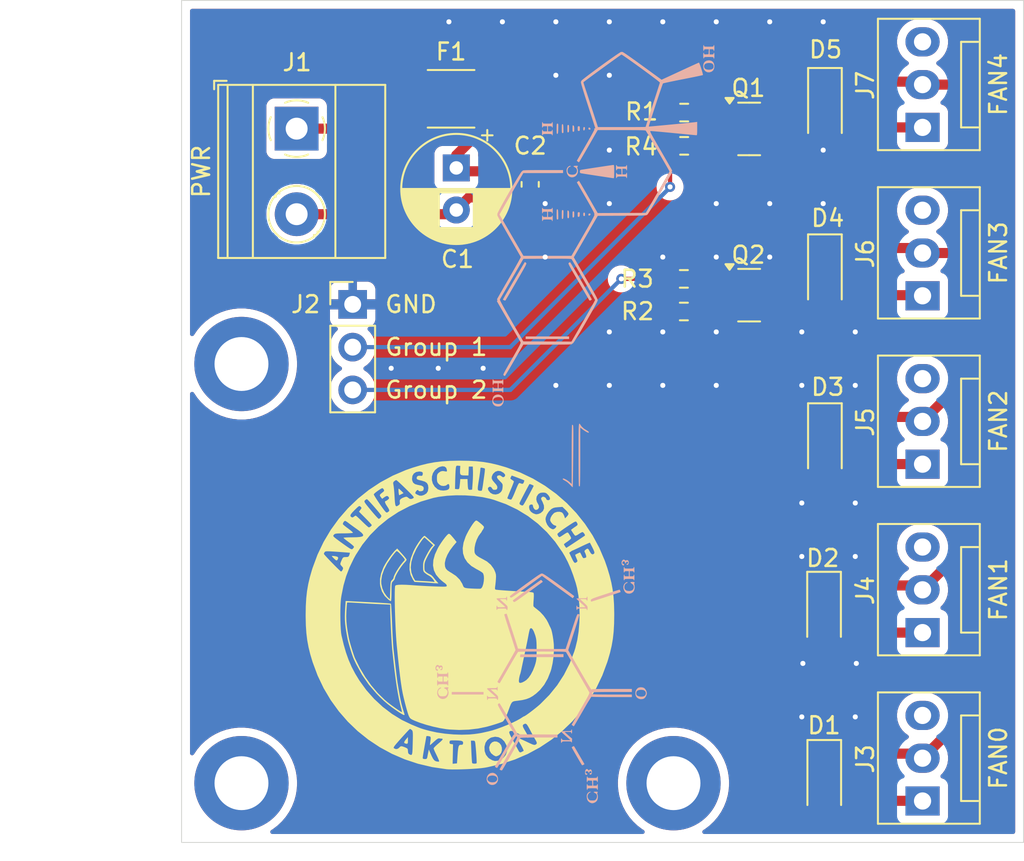
<source format=kicad_pcb>
(kicad_pcb
	(version 20240108)
	(generator "pcbnew")
	(generator_version "8.0")
	(general
		(thickness 1.6)
		(legacy_teardrops no)
	)
	(paper "A4")
	(layers
		(0 "F.Cu" signal)
		(31 "B.Cu" signal)
		(32 "B.Adhes" user "B.Adhesive")
		(33 "F.Adhes" user "F.Adhesive")
		(34 "B.Paste" user)
		(35 "F.Paste" user)
		(36 "B.SilkS" user "B.Silkscreen")
		(37 "F.SilkS" user "F.Silkscreen")
		(38 "B.Mask" user)
		(39 "F.Mask" user)
		(40 "Dwgs.User" user "User.Drawings")
		(41 "Cmts.User" user "User.Comments")
		(42 "Eco1.User" user "User.Eco1")
		(43 "Eco2.User" user "User.Eco2")
		(44 "Edge.Cuts" user)
		(45 "Margin" user)
		(46 "B.CrtYd" user "B.Courtyard")
		(47 "F.CrtYd" user "F.Courtyard")
		(48 "B.Fab" user)
		(49 "F.Fab" user)
		(50 "User.1" user)
		(51 "User.2" user)
		(52 "User.3" user)
		(53 "User.4" user)
		(54 "User.5" user)
		(55 "User.6" user)
		(56 "User.7" user)
		(57 "User.8" user)
		(58 "User.9" user)
	)
	(setup
		(pad_to_mask_clearance 0)
		(allow_soldermask_bridges_in_footprints no)
		(aux_axis_origin 150 50)
		(grid_origin 160.16 68.049)
		(pcbplotparams
			(layerselection 0x00010fc_ffffffff)
			(plot_on_all_layers_selection 0x0000000_00000000)
			(disableapertmacros no)
			(usegerberextensions yes)
			(usegerberattributes no)
			(usegerberadvancedattributes no)
			(creategerberjobfile no)
			(dashed_line_dash_ratio 12.000000)
			(dashed_line_gap_ratio 3.000000)
			(svgprecision 4)
			(plotframeref no)
			(viasonmask no)
			(mode 1)
			(useauxorigin yes)
			(hpglpennumber 1)
			(hpglpenspeed 20)
			(hpglpendiameter 15.000000)
			(pdf_front_fp_property_popups yes)
			(pdf_back_fp_property_popups yes)
			(dxfpolygonmode yes)
			(dxfimperialunits yes)
			(dxfusepcbnewfont yes)
			(psnegative no)
			(psa4output no)
			(plotreference yes)
			(plotvalue yes)
			(plotfptext yes)
			(plotinvisibletext no)
			(sketchpadsonfab no)
			(subtractmaskfromsilk yes)
			(outputformat 1)
			(mirror no)
			(drillshape 0)
			(scaleselection 1)
			(outputdirectory "gerber/")
		)
	)
	(net 0 "")
	(net 1 "FAN_GRP_1")
	(net 2 "GND")
	(net 3 "FAN_GRP_2")
	(net 4 "+12V")
	(net 5 "unconnected-(J3-Pin_3-Pad3)")
	(net 6 "unconnected-(J4-Pin_3-Pad3)")
	(net 7 "FAN_GRP_PWM_2")
	(net 8 "FAN_GRP_PWM_1")
	(net 9 "Net-(J1-Pin_1)")
	(net 10 "unconnected-(J5-Pin_3-Pad3)")
	(net 11 "unconnected-(J6-Pin_3-Pad3)")
	(net 12 "unconnected-(J7-Pin_3-Pad3)")
	(net 13 "Net-(Q1-G)")
	(net 14 "Net-(Q2-G)")
	(footprint "Resistor_SMD:R_0603_1608Metric" (layer "F.Cu") (at 179.845 56.66 180))
	(footprint "MountingHole:MountingHole_3.2mm_M3_DIN965_Pad" (layer "F.Cu") (at 179.21 96.482))
	(footprint "Resistor_SMD:R_0603_1608Metric" (layer "F.Cu") (at 179.845 58.636))
	(footprint "TerminalBlock_Phoenix:TerminalBlock_Phoenix_MKDS-1,5-2-5.08_1x02_P5.08mm_Horizontal" (layer "F.Cu") (at 156.8324 57.615 -90))
	(footprint "Diode_SMD:D_SOD-123F" (layer "F.Cu") (at 188.2016 76.1336 -90))
	(footprint "Connector:FanPinHeader_1x03_P2.54mm_Vertical" (layer "F.Cu") (at 194 87.54 90))
	(footprint "Resistor_SMD:R_0603_1608Metric" (layer "F.Cu") (at 179.8262 68.4724 180))
	(footprint "Connector:FanPinHeader_1x03_P2.54mm_Vertical" (layer "F.Cu") (at 194 97.54 90))
	(footprint "Connector:FanPinHeader_1x03_P2.54mm_Vertical" (layer "F.Cu") (at 194 57.54 90))
	(footprint "Diode_SMD:D_SOD-123F" (layer "F.Cu") (at 188.1508 86.1412 -90))
	(footprint "Diode_SMD:D_SOD-123F" (layer "F.Cu") (at 188.204261 56.223 -90))
	(footprint "MountingHole:MountingHole_3.2mm_M3_DIN965_Pad" (layer "F.Cu") (at 153.556 96.482))
	(footprint "Diode_SMD:D_SOD-123F" (layer "F.Cu") (at 188.2016 66.1036 -90))
	(footprint "Package_TO_SOT_SMD:SOT-23" (layer "F.Cu") (at 183.7022 67.5029))
	(footprint "Capacitor_SMD:C_0603_1608Metric" (layer "F.Cu") (at 170.701 60.922 -90))
	(footprint "Connector_PinHeader_2.54mm:PinHeader_1x03_P2.54mm_Vertical" (layer "F.Cu") (at 160.16 68.049))
	(footprint "Diode_SMD:D_SOD-123F" (layer "F.Cu") (at 188.1634 96.1294 -90))
	(footprint "Connector:FanPinHeader_1x03_P2.54mm_Vertical" (layer "F.Cu") (at 194 67.54 90))
	(footprint "MountingHole:MountingHole_3.2mm_M3_DIN965_Pad" (layer "F.Cu") (at 153.556 71.59))
	(footprint "LOGO" (layer "F.Cu") (at 166.764 86.845))
	(footprint "Package_TO_SOT_SMD:SOT-23" (layer "F.Cu") (at 183.7035 57.6313))
	(footprint "Fuse:Fuse_1812_4532Metric_Pad1.30x3.40mm_HandSolder" (layer "F.Cu") (at 166.002 55.842))
	(footprint "Connector:FanPinHeader_1x03_P2.54mm_Vertical" (layer "F.Cu") (at 194 77.54 90))
	(footprint "Capacitor_THT:CP_Radial_D6.3mm_P2.50mm"
		(layer "F.Cu")
		(uuid "e5c8b82f-2d85-4075-9499-0b5f6c027c96")
		(at 166.313 59.946 -90)
		(descr "CP, Radial series, Radial, pin pitch=2.50mm, , diameter=6.3mm, Electrolytic Capacitor")
		(tags "CP Radial series Radial pin pitch 2.50mm  diameter 6.3mm Electrolytic Capacitor")
		(property "Reference" "C1"
			(at 5.421 -0.07 180)
			(layer "F.SilkS")
			(uuid "f08d7a6c-0d17-4a67-a9d0-60dd6bb81fb6")
			(effects
				(font
					(size 1 1)
					(thickness 0.15)
				)
			)
		)
		(property "Value" "100uF 35V"
			(at 1.25 4.4 90)
			(layer "F.Fab")
			(uuid "76ba4fc2-e37f-492c-97a3-f4ff365cf6fc")
			(effects
				(font
					(size 1 1)
					(thickness 0.15)
				)
			)
		)
		(property "Footprint" "Capacitor_THT:CP_Radial_D6.3mm_P2.50mm"
			(at 0 0 -90)
			(unlocked yes)
			(layer "F.Fab")
			(hide yes)
			(uuid "9c4882be-0b34-49a2-abf3-56866965c065")
			(effects
				(font
					(size 1.27 1.27)
					(thickness 0.15)
				)
			)
		)
		(property "Datasheet" ""
			(at 0 0 -90)
			(unlocked yes)
			(layer "F.Fab")
			(hide yes)
			(uuid "36f59542-4dbd-4c02-8c10-8da390e0e902")
			(effects
				(font
					(size 1.27 1.27)
					(thickness 0.15)
				)
			)
		)
		(property "Description" "Polarized capacitor"
			(at 0 0 -90)
			(unlocked yes)
			(layer "F.Fab")
			(hide yes)
			(uuid "02882c62-9db6-4902-b8ee-d6dbc32737fe")
			(effects
				(font
					(size 1.27 1.27)
					(thickness 0.15)
				)
			)
		)
		(property "Sim.Type" ""
			(at 0 0 -90)
			(unlocked yes)
			(layer "F.Fab")
			(hide yes)
			(uuid "7477394c-f364-4397-a045-c91969ee50f4")
			(effects
				(font
					(size 1 1)
					(thickness 0.15)
				)
			)
		)
		(property "LCSC" "C2831717"
			(at 0 0 -90)
			(unlocked yes)
			(layer "F.Fab")
			(hide yes)
			(uuid "3f90afeb-9470-412e-bcd5-bebc7b030f0a")
			(effects
				(font
					(size 1 1)
					(thickness 0.15)
				)
			)
		)
		(property ki_fp_filters "CP_*")
		(path "/cbb1960c-80bf-4133-8c5e-a9bca6d2acd6")
		(sheetname "Root")
		(sheetfile "fan-controller.kicad_sch")
		(attr through_hole)
		(fp_line
			(start 1.49 1.04)
			(end 1.49 3.222)
			(stroke
				(width 0.12)
				(type solid)
			)
			(layer "F.SilkS")
			(uuid "05dc91de-19ec-4927-a418-86a4f33df265")
		)
		(fp_line
			(start 1.53 1.04)
			(end 1.53 3.218)
			(stroke
				(width 0.12)
				(type solid)
			)
			(layer "F.SilkS")
			(uuid "d11ac9f8-abf5-4ce0-b913-2a7d83a6905b")
		)
		(fp_line
			(start 1.57 1.04)
			(end 1.57 3.215)
			(stroke
				(width 0.12)
				(type solid)
			)
			(layer "F.SilkS")
			(uuid "a57a7751-5e42-4aac-b37e-7c9fce28992a")
		)
		(fp_line
			(start 1.61 1.04)
			(end 1.61 3.211)
			(stroke
				(width 0.12)
				(type solid)
			)
			(layer "F.SilkS")
			(uuid "449dcf8c-f8dc-48c9-a77c-1a1e0fc73db6")
		)
		(fp_line
			(start 1.65 1.04)
			(end 1.65 3.206)
			(stroke
				(width 0.12)
				(type solid)
			)
			(layer "F.SilkS")
			(uuid "dccf4994-d425-4c9b-b324-b3322cfc6835")
		)
		(fp_line
			(start 1.69 1.04)
			(end 1.69 3.201)
			(stroke
				(width 0.12)
				(type solid)
			)
			(layer "F.SilkS")
			(uuid "8c759522-8509-40c3-b08d-8967eb8e451c")
		)
		(fp_line
			(start 1.73 1.04)
			(end 1.73 3.195)
			(stroke
				(width 0.12)
				(type solid)
			)
			(layer "F.SilkS")
			(uuid "edf1910a-929c-48db-9214-541dc1045769")
		)
		(fp_line
			(start 1.77 1.04)
			(end 1.77 3.189)
			(stroke
				(width 0.12)
				(type solid)
			)
			(layer "F.SilkS")
			(uuid "48ec74cd-6f02-4709-b1c9-e011febf7c09")
		)
		(fp_line
			(start 1.81 1.04)
			(end 1.81 3.182)
			(stroke
				(width 0.12)
				(type solid)
			)
			(layer "F.SilkS")
			(uuid "6872f999-0546-4665-92ab-4b807d349e73")
		)
		(fp_line
			(start 1.85 1.04)
			(end 1.85 3.175)
			(stroke
				(width 0.12)
				(type solid)
			)
			(layer "F.SilkS")
			(uuid "7ab85246-33c0-4541-9640-ff187fbb1d04")
		)
		(fp_line
			(start 1.89 1.04)
			(end 1.89 3.167)
			(stroke
				(width 0.12)
				(type solid)
			)
			(layer "F.SilkS")
			(uuid "bfb18d27-1daa-482d-8143-4aed508dedd8")
		)
		(fp_line
			(start 1.93 1.04)
			(end 1.93 3.159)
			(stroke
				(width 0.12)
				(type solid)
			)
			(layer "F.SilkS")
			(uuid "e32c6012-6dab-4851-b2b4-01a21e0c4744")
		)
		(fp_line
			(start 1.971 1.04)
			(end 1.971 3.15)
			(stroke
				(width 0.12)
				(type solid)
			)
			(layer "F.SilkS")
			(uuid "9a32f53e-8083-42f7-8c51-d019d940c263")
		)
		(fp_line
			(start 2.011 1.04)
			(end 2.011 3.141)
			(stroke
				(width 0.12)
				(type solid)
			)
			(layer "F.SilkS")
			(uuid "462e3b5a-7f3e-4b63-a766-c6880b34a72b")
		)
		(fp_line
			(start 2.051 1.04)
			(end 2.051 3.131)
			(stroke
				(width 0.12)
				(type solid)
			)
			(layer "F.SilkS")
			(uuid "afda4ba2-c837-41af-ab0c-7de3efcd0711")
		)
		(fp_line
			(start 2.091 1.04)
			(end 2.091 3.121)
			(stroke
				(width 0.12)
				(type solid)
			)
			(layer "F.SilkS")
			(uuid "9017d4e2-b2f6-4382-a386-c350b4a252ad")
		)
		(fp_line
			(start 2.131 1.04)
			(end 2.131 3.11)
			(stroke
				(width 0.12)
				(type solid)
			)
			(layer "F.SilkS")
			(uuid "0a0d3f63-4e2c-44c3-b116-1d2b94df8a3d")
		)
		(fp_line
			(start 2.171 1.04)
			(end 2.171 3.098)
			(stroke
				(width 0.12)
				(type solid)
			)
			(layer "F.SilkS")
			(uuid "d8327f8e-0aae-420f-8bb7-469e2b7b95be")
		)
		(fp_line
			(start 2.211 1.04)
			(end 2.211 3.086)
			(stroke
				(width 0.12)
				(type solid)
			)
			(layer "F.SilkS")
			(uuid "da9f4c8f-f025-40c9-8373-beac8e1fe3e7")
		)
		(fp_line
			(start 2.251 1.04)
			(end 2.251 3.074)
			(stroke
				(width 0.12)
				(type solid)
			)
			(layer "F.SilkS")
			(uuid "9cfe39ae-70d3-4f9a-add8-d040991e396f")
		)
		(fp_line
			(start 2.291 1.04)
			(end 2.291 3.061)
			(stroke
				(width 0.12)
				(type solid)
			)
			(layer "F.SilkS")
			(uuid "14cbb2e5-7b34-4546-8561-af710376b764")
		)
		(fp_line
			(start 2.331 1.04)
			(end 2.331 3.047)
			(stroke
				(width 0.12)
				(type solid)
			)
			(layer "F.SilkS")
			(uuid "be83d4b3-1086-4052-860b-849d9019ba60")
		)
		(fp_line
			(start 2.371 1.04)
			(end 2.371 3.033)
			(stroke
				(width 0.12)
				(type solid)
			)
			(layer "F.SilkS")
			(uuid "28b1172d-372c-4b9c-a6e5-d16db9088064")
		)
		(fp_line
			(start 2.411 1.04)
			(end 2.411 3.018)
			(stroke
				(width 0.12)
				(type solid)
			)
			(layer "F.SilkS")
			(uuid "edc5bf14-88f3-44ff-8b61-83f98a2170be")
		)
		(fp_line
			(start 2.451 1.04)
			(end 2.451 3.002)
			(stroke
				(width 0.12)
				(type solid)
			)
			(layer "F.SilkS")
			(uuid "0ca16497-1581-4b96-ad0a-908b4ad52ed3")
		)
		(fp_line
			(start 2.491 1.04)
			(end 2.491 2.986)
			(stroke
				(width 0.12)
				(type solid)
			)
			(layer "F.SilkS")
			(uuid "cbc9fa75-077e-4d08-b1d9-7243139aeff8")
		)
		(fp_line
			(start 2.531 1.04)
			(end 2.531 2.97)
			(stroke
				(width 0.12)
				(type solid)
			)
			(layer "F.SilkS")
			(uuid "80394a94-2df3-4d20-b960-091a0fc4b42f")
		)
		(fp_line
			(start 2.571 1.04)
			(end 2.571 2.952)
			(stroke
				(width 0.12)
				(type solid)
			)
			(layer "F.SilkS")
			(uuid "f9322364-74ef-431c-b181-38f320d1c813")
		)
		(fp_line
			(start 2.611 1.04)
			(end 2.611 2.934)
			(stroke
				(width 0.12)
				(type solid)
			)
			(layer "F.SilkS")
			(uuid "6a902697-45fe-42b4-838f-3a85cd316011")
		)
		(fp_line
			(start 2.651 1.04)
			(end 2.651 2.916)
			(stroke
				(width 0.12)
				(type solid)
			)
			(layer "F.SilkS")
			(uuid "10451995-8346-400a-97bb-865cab39737d")
		)
		(fp_line
			(start 2.691 1.04)
			(end 2.691 2.896)
			(stroke
				(width 0.12)
				(type solid)
			)
			(layer "F.SilkS")
			(uuid "2b6a3c82-390e-4aa4-8a0b-ee22ef35fad7")
		)
		(fp_line
			(start 2.731 1.04)
			(end 2.731 2.876)
			(stroke
				(width 0.12)
				(type solid)
			)
			(layer "F.SilkS")
			(uuid "af090be7-4434-4bc8-b252-d4e2a28d826f")
		)
		(fp_line
			(start 2.771 1.04)
			(end 2.771 2.856)
			(stroke
				(width 0.12)
				(type solid)
			)
			(layer "F.SilkS")
			(uuid "0e7919c3-2900-4ca1-b589-39f3d51de489")
		)
		(fp_line
			(start 2.811 1.04)
			(end 2.811 2.834)
			(stroke
				(width 0.12)
				(type solid)
			)
			(layer "F.SilkS")
			(uuid "0b6cdfa0-2fd7-4c22-ba90-859a57cf7499")
		)
		(fp_line
			(start 2.851 1.04)
			(end 2.851 2.812)
			(stroke
				(width 0.12)
				(type solid)
			)
			(layer "F.SilkS")
			(uuid "a5adf467-9347-4d54-8269-c8b375a4e9ff")
		)
		(fp_line
			(start 2.891 1.04)
			(end 2.891 2.79)
			(stroke
				(width 0.12)
				(type solid)
			)
			(layer "F.SilkS")
			(uuid "969bcf35-4195-4caf-a548-0851d1260e83")
		)
		(fp_line
			(start 2.931 1.04)
			(end 2.931 2.766)
			(stroke
				(width 0.12)
				(type solid)
			)
			(layer "F.SilkS")
			(uuid "959842ab-166b-42c5-9aa1-6b710095219f")
		)
		(fp_line
			(start 2.971 1.04)
			(end 2.971 2.742)
			(stroke
				(width 0.12)
				(type solid)
			)
			(layer "F.SilkS")
			(uuid "c9f17381-5cb3-45f1-a9b9-c29c1a645ede")
		)
		(fp_line
			(start 3.011 1.04)
			(end 3.011 2.716)
			(stroke
				(width 0.12)
				(type solid)
			)
			(layer "F.SilkS")
			(uuid "acdb3fff-0993-4f13-8ea0-3f049eebad58")
		)
		(fp_line
			(start 3.051 1.04)
			(end 3.051 2.69)
			(stroke
				(width 0.12)
				(type solid)
			)
			(layer "F.SilkS")
			(uuid "7aff9173-c5f1-4f0b-8901-ce0c08b18325")
		)
		(fp_line
			(start 3.091 1.04)
			(end 3.091 2.664)
			(stroke
				(width 0.12)
				(type solid)
			)
			(layer "F.SilkS")
			(uuid "180d13b0-43ba-4112-96ea-4917d78c5669")
		)
		(fp_line
			(start 3.131 1.04)
			(end 3.131 2.636)
			(stroke
				(width 0.12)
				(type solid)
			)
			(layer "F.SilkS")
			(uuid "ff127101-c11c-4883-8a90-7c4ed5f300ac")
		)
		(fp_line
			(start 3.171 1.04)
			(end 3.171 2.607)
			(stroke
				(width 0.12)
				(type solid)
			)
			(layer "F.SilkS")
			(uuid "18f490b5-f92b-4c0c-96a7-4673426ecc1a")
		)
		(fp_line
			(start 3.211 1.04)
			(end 3.211 2.578)
			(stroke
				(width 0.12)
				(type solid)
			)
			(layer "F.SilkS")
			(uuid "d073dc45-0d00-4565-8ef2-827c26db02ef")
		)
		(fp_line
			(start 3.251 1.04)
			(end 3.251 2.548)
			(stroke
				(width 0.12)
				(type solid)
			)
			(layer "F.SilkS")
			(uuid "a841652e-f462-4f58-bf07-e73d54c798be")
		)
		(fp_line
			(start 3.291 1.04)
			(end 3.291 2.516)
			(stroke
				(width 0.12)
				(type solid)
			)
			(layer "F.SilkS")
			(uuid "73c7297d-a034-4f3f-8165-ed063ecb4438")
		)
		(fp_line
			(start 3.331 1.04)
			(end 3.331 2.484)
			(stroke
				(width 0.12)
				(type solid)
			)
			(layer "F.SilkS")
			(uuid "d49d0efd-03a0-456d-9b7d-5f64cbb4f6d1")
		)
		(fp_line
			(start 3.371 1.04)
			(end 3.371 2.45)
			(stroke
				(width 0.12)
				(type solid)
			)
			(layer "F.SilkS")
			(uuid "771009f0-a278-476c-a2ea-574e9163ceb1")
		)
		(fp_line
			(start 3.411 1.04)
			(end 3.411 2.416)
			(stroke
				(width 0.12)
				(type solid)
			)
			(layer "F.SilkS")
			(uuid "e6a4a615-f0bb-4d47-a140-08be65cdf89f")
		)
		(fp_line
			(start 3.451 1.04)
			(end 3.451 2.38)
			(stroke
				(width 0.12)
				(type solid)
			)
			(layer "F.SilkS")
			(uuid "d9e49b25-69de-488a-ac0f-d2f913fdf757")
		)
		(fp_line
			(start 3.491 1.04)
			(end 3.491 2.343)
			(stroke
				(width 0.12)
				(type solid)
			)
			(layer "F.SilkS")
			(uuid "e2590426-48f9-4dd6-b5c9-b8657f2d5323")
		)
		(fp_line
			(start 3.531 1.04)
			(end 3.531 2.305)
			(stroke
				(width 0.12)
				(type solid)
			)
			(layer "F.SilkS")
			(uuid "1a80480f-2d0a-4586-b076-efd40ba67122")
		)
		(fp_line
			(start 4.491 -0.402)
			(end 4.491 0.402)
			(stroke
				(width 0.12)
				(type solid)
			)
			(layer "F.SilkS")
			(uuid "e2458487-c1f3-4d78-beaa-923ba0eb8f32")
		)
		(fp_line
			(start 4.451 -0.633)
			(end 4.451 0.633)
			(stroke
				(width 0.12)
				(type solid)
			)
			(layer "F.SilkS")
			(uuid "6564996b-ba22-4f2a-a68c-a523f21b6082")
		)
		(fp_line
			(start 4.411 -0.802)
			(end 4.411 0.802)
			(stroke
				(width 0.12)
				(type solid)
			)
			(layer "F.SilkS")
			(uuid "3882a521-4f2d-4a16-aa9f-dad6c7b240a8")
		)
		(fp_line
			(start 4.371 -0.94)
			(end 4.371 0.94)
			(stroke
				(width 0.12)
				(type solid)
			)
			(layer "F.SilkS")
			(uuid "c63b1057-bb24-476b-99ce-0d0dcb0d615e")
		)
		(fp_line
			(start 4.331 -1.059)
			(end 4.331 1.059)
			(stroke
				(width 0.12)
				(type solid)
			)
			(layer "F.SilkS")
			(uuid "be4f6c92-865e-4b7e-a009-78e83ae18f51")
		)
		(fp_line
			(start 4.291 -1.165)
			(end 4.291 1.165)
			(stroke
				(width 0.12)
				(type solid)
			)
			(layer "F.SilkS")
			(uuid "05299cfb-6116-4152-afda-67648b586085")
		)
		(fp_line
			(start 4.251 -1.262)
			(end 4.251 1.262)
			(stroke
				(width 0.12)
				(type solid)
			)
			(layer "F.SilkS")
			(uuid "6f0d4a41-f230-49c9-8d6b-e37dc6d6405a")
		)
		(fp_line
			(start 4.211 -1.35)
			(end 4.211 1.35)
			(stroke
				(width 0.12)
				(type solid)
			)
			(layer "F.SilkS")
			(uuid "4328ddff-a0bb-492e-917b-9613ecde23fe")
		)
		(fp_line
			(start 4.171 -1.432)
			(end 4.171 1.432)
			(stroke
				(width 0.12)
				(type solid)
			)
			(layer "F.SilkS")
			(uuid "4b9e9cc2-8e8f-4e98-bbc0-c6972eb0e87d")
		)
		(fp_line
			(start 4.131 -1.509)
			(end 4.131 1.509)
			(stroke
				(width 0.12)
				(type solid)
			)
			(layer "F.SilkS")
			(uuid "865286c0-4c0f-47ae-8e1b-f3a0b1673b5c")
		)
		(fp_line
			(start 4.091 -1.581)
			(end 4.091 1.581)
			(stroke
				(width 0.12)
				(type solid)
			)
			(layer "F.SilkS")
			(uuid "6a3e81fb-3112-4aba-b1a0-e0f59f87c71d")
		)
		(fp_line
			(start 4.051 -1.65)
			(end 4.051 1.65)
			(stroke
				(width 0.12)
				(type solid)
			)
			(layer "F.SilkS")
			(uuid "44af2e69-21cf-4898-8d0b-64450460558e")
		)
		(fp_line
			(start 4.011 -1.714)
			(end 4.011 1.714)
			(stroke
				(width 0.12)
				(type solid)
			)
			(layer "F.SilkS")
			(uuid "418c3d87-6e31-4375-9013-652ae6a5f916")
		)
		(fp_line
			(start 3.971 -1.776)
			(end 3.971 1.776)
			(stroke
				(width 0.12)
				(type solid)
			)
			(layer "F.SilkS")
			(uuid "ed2ecd1c-9ee3-41e2-a44c-787edea20666")
		)
		(fp_line
			(start 3.931 -1.834)
			(end 3.931 1.834)
			(stroke
				(width 0.12)
				(type solid)
			)
			(layer "F.SilkS")
			(uuid "31476a44-daac-416d-882f-da1e158a1c4a")
		)
		(fp_line
			(start -2.250241 -1.839)
			(end -1.620241 -1.839)
			(stroke
				(width 0.12)
				(type solid)
			)
			(layer "F.SilkS")
			(uuid "f9936583-a5da-4519-920f-0a265fa63238")
		)
		(fp_line
			(start 3.891 -1.89)
			(end 3.891 1.89)
			(stroke
				(width 0.12)
				(type solid)
			)
			(layer "F.SilkS")
			(uuid "95f7c613-189c-4139-ad4f-ce76b12d3f72")
		)
		(fp_line
			(start 3.851 -1.944)
			(end 3.851 1.944)
			(stroke
				(width 0.12)
				(type solid)
			)
			(layer "F.SilkS")
			(uuid "dc75800e-2cec-4f48-b89b-2dc05dd4f32a")
		)
		(fp_line
			(start 3.811 -1.995)
			(end 3.811 1.995)
			(stroke
				(width 0.12)
				(type solid)
			)
			(layer "F.SilkS")
			(uuid "0b408542-7b84-4b23-8825-f28a33a068fd")
		)
		(fp_line
			(start 3.771 -2.044)
			(end 3.771 2.044)
			(stroke
				(width 0.12)
				(type solid)
			)
			(layer "F.SilkS")
			(uuid "3f7326d7-b6de-4c4f-8540-0b943a217756")
		)
		(fp_line
			(start 3.731 -2.092)
			(end 3.731 2.092)
			(stroke
				(width 0.12)
				(type solid)
			)
			(layer "F.SilkS")
			(uuid "198a32e3-beae-4ce8-871d-62f421cacd8e")
		)
		(fp_line
			(start 3.691 -2.137)
			(end 3.691 2.137)
			(stroke
				(width 0.12)
				(type solid)
			)
			(layer "F.SilkS")
			(uuid "011f7a84-39f7-4918-ab87-481ad63ccf97")
		)
		(fp_line
			(start -1.935241 -2.154)
			(end -1.935241 -1.524)
			(stroke
				(width 0.12)
				(type solid)
			)
			(layer "F.SilkS")
			(uuid "ca847085-bce0-40b4-9f03-2cd0d13135bc")
		)
		(fp_line
			(start 3.651 -2.182)
			(end 3.651 2.182)
			(stroke
				(width 0.12)
				(type solid)
			)
			(layer "F.SilkS")
			(uuid "09f03769-e448-4909-a7bd-55149a7b7a1a")
		)
		(fp_line
			(start 3.611 -2.224)
			(end 3.611 2.224)
			(stroke
				(width 0.12)
				(type solid)
			)
			(layer "F.SilkS")
			(uuid "05fb5b5b-e41e-4d62-b511-d5ceefc87cb3")
		)
		(fp_line
			(start 3.571 -2.265)
			(end 3.571 2.265)
			(stroke
				(width 0.12)
				(type solid)
			)
			(layer "F.SilkS")
			(uuid "44a60065-ef71-44d1-a397-17d87a0b62d9")
		)
		(fp_line
			(start 3.531 -2.305)
			(end 3.531 -1.04)
			(stroke
				(width 0.12)
				(type solid)
			)
			(layer "F.SilkS")
			(uuid "5b45f639-d086-4b3e-8163-f6348ace673c")
		)
		(fp_line
			(start 3.491 -2.343)
			(end 3.491 -1.04)
			(stroke
				(width 0.12)
				(type solid)
			)
			(layer "F.SilkS")
			(uuid "0cf251ad-bb41-4203-93dc-6a1a19654d6d")
		)
		(fp_line
			(start 3.451 -2.38)
			(end 3.451 -1.04)
			(stroke
				(width 0.12)
				(type solid)
			)
			(layer "F.SilkS")
			(uuid "0b2cfc8c-60fe-4409-8706-8ae385802116")
		)
		(fp_line
			(start 3.411 -2.416)
			(end 3.411 -1.04)
			(stroke
				(width 0.12)
				(type solid)
			)
			(layer "F.SilkS")
			(uuid "6f681a4a-57d4-461a-b30e-170307de5f27")
		)
		(fp_line
			(start 3.371 -2.45)
			(end 3.371 -1.04)
			(stroke
				(width 0.12)
				(type solid)
			)
			(layer "F.SilkS")
			(uuid "c6f07504-1df2-4651-b9bb-c9d65597fef5")
		)
		(fp_line
			(start 3.331 -2.484)
			(end 3.331 -1.04)
			(stroke
				(width 0.12)
				(type solid)
			)
			(layer "F.SilkS")
			(uuid "c8eafc66-089b-44e7-b09e-0eb6c90d9fd8")
		)
		(fp_line
			(start 3.291 -2.516)
			(end 3.291 -1.04)
			(stroke
				(width 0.12)
				(type solid)
			)
			(layer "F.SilkS")
			(uuid "90341d27-4c96-47e4-a69a-80121424f499")
		)
		(fp_line
			(start 3.251 -2.548)
			(end 3.251 -1.04)
			(stroke
				(width 0.12)
				(type solid)
			)
			(layer "F.SilkS")
			(uuid "bac43b11-0df2-48dc-b8cd-eaf08589d74f")
		)
		(fp_line
			(start 3.211 -2.578)
			(end 3.211 -1.04)
			(stroke
				(width 0.12)
				(type solid)
			)
			(layer "F.SilkS")
			(uuid "17e2d778-7f98-4716-a476-6cb3f03caa2d")
		)
		(fp_line
			(start 3.171 -2.607)
			(end 3.171 -1.04)
			(stroke
				(width 0.12)
				(type solid)
			)
			(layer "F.SilkS")
			(uuid "51976fb3-1ada-4c26-bf3d-15611bc5a5c0")
		)
		(fp_line
			(start 3.131 -2.636)
			(end 3.131 -1.04)
			(stroke
				(width 0.12)
				(type solid)
			)
			(layer "F.SilkS")
			(uuid "ef85906a-e4b4-4c42-aea6-4f7c3a28c2a2")
		)
		(fp_line
			(start 3.091 -2.664)
			(end 3.091 -1.04)
			(stroke
				(width 0.12)
				(type solid)
			)
			(layer "F.SilkS")
			(uuid "0dbf9149-2e91-4af6-8326-bab3ef2b4df1")
		)
		(fp_line
			(start 3.051 -2.69)
			(end 3.051 -1.04)
			(stroke
				(width 0.12)
				(type solid)
			)
			(layer "F.SilkS")
			(uuid "531caccb-f007-41ea-9031-3b7390037ed6")
		)
		(fp_line
			(start 3.011 -2.716)
			(end 3.011 -1.04)
			(stroke
				(width 0.12)
				(type solid)
			)
			(layer "F.SilkS")
			(uuid "00c139d9-8672-4d99-9608-11f93c33931a")
		)
		(fp_line
			(start 2.971 -2.742)
			(end 2.971 -1.04)
			(stroke
				(width 0.12)
				(type solid)
			)
			(layer "F.SilkS")
			(uuid "16f11e58-11af-4fc3-a346-853f0583ba2a")
		)
		(fp_line
			(start 2.931 -2.766)
			(end 2.931 -1.04)
			(stroke
				(width 0.12)
				(type solid)
			)
			(layer "F.SilkS")
			(uuid "bff4339a-f564-4609-8ca9-c1625e0a7c92")
		)
		(fp_line
			(start 2.891 -2.79)
			(end 2.891 -1.04)
			(stroke
				(width 0.12)
				(type solid)
			)
			(layer "F.SilkS")
			(uuid "ef22ec8f-9387-46f9-9d97-e9da497feb83")
		)
		(fp_line
			(start 2.851 -2.812)
			(end 2.851 -1.04)
			(stroke
				(width 0.12)
				(type solid)
			)
			(layer "F.SilkS")
			(uuid "af31ff20-8993-4ff1-b134-fd192d688586")
		)
		(fp_line
			(start 2.811 -2.834)
			(end 2.811 -1.04)
			(stroke
				(width 0.12)
				(type solid)
			)
			(layer "F.SilkS")
			(uuid "71907045-bfd2-43b2-97f4-56e41519f515")
		)
		(fp_line
			(start 2.771 -2.856)
			(end 2.771 -1.04)
			(stroke
				(width 0.12)
				(type solid)
			)
			(layer "F.SilkS")
			(uuid "6772f378-f6fb-4b48-a9b8-9b11f187dcbb")
		)
		(fp_line
			(start 2.731 -2.876)
			(end 2.731 -1.04)
			(stroke
				(width 0.12)
				(type solid)
			)
			(layer "F.SilkS")
			(uuid "3f670dc6-1299-4166-9d3e-171ee72db416")
		)
		(fp_line
			(start 2.691 -2.896)
			(end 2.691 -1.04)
			(stroke
				(width 0.12)
				(type solid)
			)
			(layer "F.SilkS")
			(uuid "995cbf6d-2824-4bfa-9dab-41de1f340253")
		)
		(fp_line
			(start 2.651 -2.916)
			(end 2.651 -1.04)
			(stroke
				(width 0.12)
				(type solid)
			)
			(layer "F.SilkS")
			(uuid "a7c87f5a-8a01-474a-be61-01ac55721d90")
		)
		(fp_line
			(start 2.611 -2.934)
			(end 2.611 -1.04)
			(stroke
				(width 0.12)
				(type solid)
			)
			(layer "F.SilkS")
			(uuid "c1b8afa7-cb1b-40e5-ac9a-9ce22a38b7f5")
		)
		(fp_line
			(start 2.571 -2.952)
			(end 2.571 -1.04)
			(stroke
				(width 0.12)
				(type solid)
			)
			(layer "F.SilkS")
			(uuid "936f80e8-e19a-474a-8c19-89d07fe29b7e")
		)
		(fp_line
			(start 2.531 -2.97)
			(end 2.531 -1.04)
			(stroke
				(width 0.12)
				(type solid)
			)
			(layer "F.SilkS")
			(uuid "72e6df97-61e6-4780-a124-9409b447f7e1")
		)
		(fp_line
			(start 2.491 -2.986)
			(end 2.491 -1.04)
			(stroke
				(width 0.12)
				(type solid)
			)
			(layer "F.SilkS")
			(uuid "e5d82866-c329-4dcf-977e-6ef03c3d1cc0")
		)
		(fp_line
			(start 2.451 -3.002)
			(end 2.451 -1.04)
			(stroke
				(width 0.12)
				(type solid)
			)
			(layer "F.SilkS")
			(uuid "b1d14612-423b-4870-b8ec-f38d67b3d7cd")
		)
		(fp_line
			(start 2.411 -3.018)
			(end 2.411 -1.04)
			(stroke
				(width 0.12)
				(type solid)
			)
			(layer "F.SilkS")
			(uuid "2033ffec-7369-4d53-b760-1997f45c3547")
		)
		(fp_line
			(start 2.371 -3.033)
			(end 2.371 -1.04)
			(stroke
				(width 0.12)
				(type solid)
			)
			(layer "F.SilkS")
			(uuid "6c1df4b5-e9dc-4b13-9af2-6ee64fc5477a")
		)
		(fp_line
			(start 2.331 -3.047)
			(end 2.331 -1.04)
			(stroke
				(width 0.12)
				(type solid)
			)
			(layer "F.SilkS")
			(uuid "2ab1c842-fc76-412e-83a4-b1268d6a5dc0")
		)
		(fp_line
			(start 2.291 -3.061)
			(end 2.291 -1.04)
			(stroke
				(width 0.12)
				(type solid)
			)
			(layer "F.SilkS")
			(uuid "35991222-9a41-4438-ac69-a8ae35c47662")
		)
		(fp_line
			(start 2.251 -3.074)
			(end 2.251 -1.04)
			(stroke
				(width 0.12)
				(type solid)
			)
			(layer "F.SilkS")
			(uuid "83deb72e-8406-458f-acf8-193ce77f2572")
		)
		(fp_line
			(start 2.211 -3.086)
			(end 2.211 -1.04)
			(stroke
				(width 0.12)
				(type solid)
			)
			(layer "F.SilkS")
			(uuid "8474ee8b-9f16-48be-8ec0-04c127bc7484")
		)
		(fp_line
			(start 2.171 -3.098)
			(end 2.171 -1.04)
			(stroke
				(width 0.12)
				(type solid)
			)
			(layer "F.SilkS")
			(uuid "ab181a75-c875-4284-a3a1-a73fc7182ac5")
		)
		(fp_line
			(start 2.131 -3.11)
			(end 2.131 -1.04)
			(stroke
				(width 0.12)
				(type solid)
			)
			(layer "F.SilkS")
			(uuid "a7d08c10-cebe-4b34-96f5-0c2d9510ca9d")
		)
		(fp_line
			(start 2.091 -3.121)
			(end 2.091 -1.04)
			(stroke
				(width 0.12)
				(type solid)
			)
			(layer "F.SilkS")
			(uuid "00ab6b3b-02b2-4800-8d05-7c2b6b924b08")
		)
		(fp_line
			(start 2.051 -3.131)
			(end 2.051 -1.04)
			(stroke
				(width 0.12)
				(type solid)
			)
			(layer "F.SilkS")
			(uuid "4b068877-2985-4b7b-b523-aaf090460046")
		)
		(fp_line
			(start 2.011 -3.141)
			(end 2.011 -1.04)
			(stroke
				(width 0.12)
				(type solid)
			)
			(layer "F.SilkS")
			(uuid "899d8aa9-488b-48f5-825c-3ea7febac59e")
		)
		(fp_line
			(start 1.971 -3.15)
			(end 1.971 -1.04)
			(stroke
				(width 0.12)
				(type solid)
			)
			(layer "F.SilkS")
			(uuid "37b15e41-d9fe-4234-af90-c94bbbb655ae")
		)
		(fp_line
			(start 1.93 -3.159)
			(end 1.93 -1.04)
			(stroke
				(width 0.12)
				(type solid)
			)
			(layer "F.SilkS")
			(uuid "21787c20-d327-4c6f-ab2c-bc49f75febd
... [225377 chars truncated]
</source>
